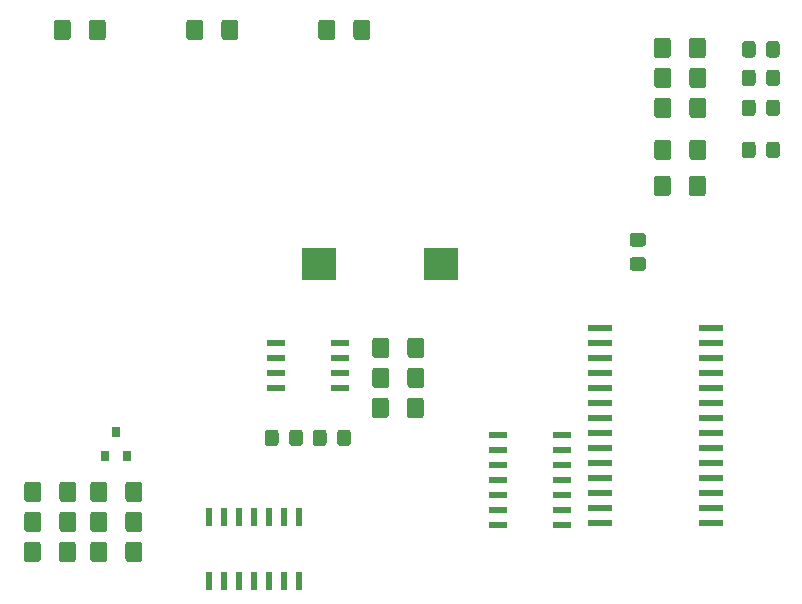
<source format=gbr>
G04 #@! TF.GenerationSoftware,KiCad,Pcbnew,(5.1.7)-1*
G04 #@! TF.CreationDate,2020-09-27T11:12:09+02:00*
G04 #@! TF.ProjectId,YAPSCO,59415053-434f-42e6-9b69-6361645f7063,rev?*
G04 #@! TF.SameCoordinates,PX6a95280PY86ae840*
G04 #@! TF.FileFunction,Paste,Top*
G04 #@! TF.FilePolarity,Positive*
%FSLAX46Y46*%
G04 Gerber Fmt 4.6, Leading zero omitted, Abs format (unit mm)*
G04 Created by KiCad (PCBNEW (5.1.7)-1) date 2020-09-27 11:12:09*
%MOMM*%
%LPD*%
G01*
G04 APERTURE LIST*
%ADD10R,0.600000X1.500000*%
%ADD11R,3.000000X2.800000*%
%ADD12R,0.800000X0.900000*%
%ADD13R,2.000000X0.600000*%
%ADD14R,1.500000X0.600000*%
%ADD15R,1.550000X0.600000*%
G04 APERTURE END LIST*
D10*
X27686000Y19210000D03*
X28956000Y19210000D03*
X30226000Y19210000D03*
X31496000Y19210000D03*
X32766000Y19210000D03*
X34036000Y19210000D03*
X35306000Y19210000D03*
X35306000Y13810000D03*
X34036000Y13810000D03*
X32766000Y13810000D03*
X31496000Y13810000D03*
X30226000Y13810000D03*
X28956000Y13810000D03*
X27686000Y13810000D03*
G36*
G01*
X64458001Y42106000D02*
X63557999Y42106000D01*
G75*
G02*
X63308000Y42355999I0J249999D01*
G01*
X63308000Y43006001D01*
G75*
G02*
X63557999Y43256000I249999J0D01*
G01*
X64458001Y43256000D01*
G75*
G02*
X64708000Y43006001I0J-249999D01*
G01*
X64708000Y42355999D01*
G75*
G02*
X64458001Y42106000I-249999J0D01*
G01*
G37*
G36*
G01*
X64458001Y40056000D02*
X63557999Y40056000D01*
G75*
G02*
X63308000Y40305999I0J249999D01*
G01*
X63308000Y40956001D01*
G75*
G02*
X63557999Y41206000I249999J0D01*
G01*
X64458001Y41206000D01*
G75*
G02*
X64708000Y40956001I0J-249999D01*
G01*
X64708000Y40305999D01*
G75*
G02*
X64458001Y40056000I-249999J0D01*
G01*
G37*
G36*
G01*
X73972000Y59251001D02*
X73972000Y58350999D01*
G75*
G02*
X73722001Y58101000I-249999J0D01*
G01*
X73071999Y58101000D01*
G75*
G02*
X72822000Y58350999I0J249999D01*
G01*
X72822000Y59251001D01*
G75*
G02*
X73071999Y59501000I249999J0D01*
G01*
X73722001Y59501000D01*
G75*
G02*
X73972000Y59251001I0J-249999D01*
G01*
G37*
G36*
G01*
X76022000Y59251001D02*
X76022000Y58350999D01*
G75*
G02*
X75772001Y58101000I-249999J0D01*
G01*
X75121999Y58101000D01*
G75*
G02*
X74872000Y58350999I0J249999D01*
G01*
X74872000Y59251001D01*
G75*
G02*
X75121999Y59501000I249999J0D01*
G01*
X75772001Y59501000D01*
G75*
G02*
X76022000Y59251001I0J-249999D01*
G01*
G37*
G36*
G01*
X73972000Y56838001D02*
X73972000Y55937999D01*
G75*
G02*
X73722001Y55688000I-249999J0D01*
G01*
X73071999Y55688000D01*
G75*
G02*
X72822000Y55937999I0J249999D01*
G01*
X72822000Y56838001D01*
G75*
G02*
X73071999Y57088000I249999J0D01*
G01*
X73722001Y57088000D01*
G75*
G02*
X73972000Y56838001I0J-249999D01*
G01*
G37*
G36*
G01*
X76022000Y56838001D02*
X76022000Y55937999D01*
G75*
G02*
X75772001Y55688000I-249999J0D01*
G01*
X75121999Y55688000D01*
G75*
G02*
X74872000Y55937999I0J249999D01*
G01*
X74872000Y56838001D01*
G75*
G02*
X75121999Y57088000I249999J0D01*
G01*
X75772001Y57088000D01*
G75*
G02*
X76022000Y56838001I0J-249999D01*
G01*
G37*
G36*
G01*
X73972000Y54298001D02*
X73972000Y53397999D01*
G75*
G02*
X73722001Y53148000I-249999J0D01*
G01*
X73071999Y53148000D01*
G75*
G02*
X72822000Y53397999I0J249999D01*
G01*
X72822000Y54298001D01*
G75*
G02*
X73071999Y54548000I249999J0D01*
G01*
X73722001Y54548000D01*
G75*
G02*
X73972000Y54298001I0J-249999D01*
G01*
G37*
G36*
G01*
X76022000Y54298001D02*
X76022000Y53397999D01*
G75*
G02*
X75772001Y53148000I-249999J0D01*
G01*
X75121999Y53148000D01*
G75*
G02*
X74872000Y53397999I0J249999D01*
G01*
X74872000Y54298001D01*
G75*
G02*
X75121999Y54548000I249999J0D01*
G01*
X75772001Y54548000D01*
G75*
G02*
X76022000Y54298001I0J-249999D01*
G01*
G37*
G36*
G01*
X73972000Y50742001D02*
X73972000Y49841999D01*
G75*
G02*
X73722001Y49592000I-249999J0D01*
G01*
X73071999Y49592000D01*
G75*
G02*
X72822000Y49841999I0J249999D01*
G01*
X72822000Y50742001D01*
G75*
G02*
X73071999Y50992000I249999J0D01*
G01*
X73722001Y50992000D01*
G75*
G02*
X73972000Y50742001I0J-249999D01*
G01*
G37*
G36*
G01*
X76022000Y50742001D02*
X76022000Y49841999D01*
G75*
G02*
X75772001Y49592000I-249999J0D01*
G01*
X75121999Y49592000D01*
G75*
G02*
X74872000Y49841999I0J249999D01*
G01*
X74872000Y50742001D01*
G75*
G02*
X75121999Y50992000I249999J0D01*
G01*
X75772001Y50992000D01*
G75*
G02*
X76022000Y50742001I0J-249999D01*
G01*
G37*
D11*
X47314000Y40640000D03*
X37014000Y40640000D03*
D12*
X19812000Y26400000D03*
X20762000Y24400000D03*
X18862000Y24400000D03*
G36*
G01*
X68339000Y58303000D02*
X68339000Y59553000D01*
G75*
G02*
X68589000Y59803000I250000J0D01*
G01*
X69514000Y59803000D01*
G75*
G02*
X69764000Y59553000I0J-250000D01*
G01*
X69764000Y58303000D01*
G75*
G02*
X69514000Y58053000I-250000J0D01*
G01*
X68589000Y58053000D01*
G75*
G02*
X68339000Y58303000I0J250000D01*
G01*
G37*
G36*
G01*
X65364000Y58303000D02*
X65364000Y59553000D01*
G75*
G02*
X65614000Y59803000I250000J0D01*
G01*
X66539000Y59803000D01*
G75*
G02*
X66789000Y59553000I0J-250000D01*
G01*
X66789000Y58303000D01*
G75*
G02*
X66539000Y58053000I-250000J0D01*
G01*
X65614000Y58053000D01*
G75*
G02*
X65364000Y58303000I0J250000D01*
G01*
G37*
G36*
G01*
X68375500Y55763000D02*
X68375500Y57013000D01*
G75*
G02*
X68625500Y57263000I250000J0D01*
G01*
X69550500Y57263000D01*
G75*
G02*
X69800500Y57013000I0J-250000D01*
G01*
X69800500Y55763000D01*
G75*
G02*
X69550500Y55513000I-250000J0D01*
G01*
X68625500Y55513000D01*
G75*
G02*
X68375500Y55763000I0J250000D01*
G01*
G37*
G36*
G01*
X65400500Y55763000D02*
X65400500Y57013000D01*
G75*
G02*
X65650500Y57263000I250000J0D01*
G01*
X66575500Y57263000D01*
G75*
G02*
X66825500Y57013000I0J-250000D01*
G01*
X66825500Y55763000D01*
G75*
G02*
X66575500Y55513000I-250000J0D01*
G01*
X65650500Y55513000D01*
G75*
G02*
X65400500Y55763000I0J250000D01*
G01*
G37*
G36*
G01*
X66825500Y54473000D02*
X66825500Y53223000D01*
G75*
G02*
X66575500Y52973000I-250000J0D01*
G01*
X65650500Y52973000D01*
G75*
G02*
X65400500Y53223000I0J250000D01*
G01*
X65400500Y54473000D01*
G75*
G02*
X65650500Y54723000I250000J0D01*
G01*
X66575500Y54723000D01*
G75*
G02*
X66825500Y54473000I0J-250000D01*
G01*
G37*
G36*
G01*
X69800500Y54473000D02*
X69800500Y53223000D01*
G75*
G02*
X69550500Y52973000I-250000J0D01*
G01*
X68625500Y52973000D01*
G75*
G02*
X68375500Y53223000I0J250000D01*
G01*
X68375500Y54473000D01*
G75*
G02*
X68625500Y54723000I250000J0D01*
G01*
X69550500Y54723000D01*
G75*
G02*
X69800500Y54473000I0J-250000D01*
G01*
G37*
G36*
G01*
X68375500Y49667000D02*
X68375500Y50917000D01*
G75*
G02*
X68625500Y51167000I250000J0D01*
G01*
X69550500Y51167000D01*
G75*
G02*
X69800500Y50917000I0J-250000D01*
G01*
X69800500Y49667000D01*
G75*
G02*
X69550500Y49417000I-250000J0D01*
G01*
X68625500Y49417000D01*
G75*
G02*
X68375500Y49667000I0J250000D01*
G01*
G37*
G36*
G01*
X65400500Y49667000D02*
X65400500Y50917000D01*
G75*
G02*
X65650500Y51167000I250000J0D01*
G01*
X66575500Y51167000D01*
G75*
G02*
X66825500Y50917000I0J-250000D01*
G01*
X66825500Y49667000D01*
G75*
G02*
X66575500Y49417000I-250000J0D01*
G01*
X65650500Y49417000D01*
G75*
G02*
X65400500Y49667000I0J250000D01*
G01*
G37*
G36*
G01*
X68339000Y46619000D02*
X68339000Y47869000D01*
G75*
G02*
X68589000Y48119000I250000J0D01*
G01*
X69514000Y48119000D01*
G75*
G02*
X69764000Y47869000I0J-250000D01*
G01*
X69764000Y46619000D01*
G75*
G02*
X69514000Y46369000I-250000J0D01*
G01*
X68589000Y46369000D01*
G75*
G02*
X68339000Y46619000I0J250000D01*
G01*
G37*
G36*
G01*
X65364000Y46619000D02*
X65364000Y47869000D01*
G75*
G02*
X65614000Y48119000I250000J0D01*
G01*
X66539000Y48119000D01*
G75*
G02*
X66789000Y47869000I0J-250000D01*
G01*
X66789000Y46619000D01*
G75*
G02*
X66539000Y46369000I-250000J0D01*
G01*
X65614000Y46369000D01*
G75*
G02*
X65364000Y46619000I0J250000D01*
G01*
G37*
G36*
G01*
X39927500Y59827000D02*
X39927500Y61077000D01*
G75*
G02*
X40177500Y61327000I250000J0D01*
G01*
X41102500Y61327000D01*
G75*
G02*
X41352500Y61077000I0J-250000D01*
G01*
X41352500Y59827000D01*
G75*
G02*
X41102500Y59577000I-250000J0D01*
G01*
X40177500Y59577000D01*
G75*
G02*
X39927500Y59827000I0J250000D01*
G01*
G37*
G36*
G01*
X36952500Y59827000D02*
X36952500Y61077000D01*
G75*
G02*
X37202500Y61327000I250000J0D01*
G01*
X38127500Y61327000D01*
G75*
G02*
X38377500Y61077000I0J-250000D01*
G01*
X38377500Y59827000D01*
G75*
G02*
X38127500Y59577000I-250000J0D01*
G01*
X37202500Y59577000D01*
G75*
G02*
X36952500Y59827000I0J250000D01*
G01*
G37*
G36*
G01*
X28751500Y59827000D02*
X28751500Y61077000D01*
G75*
G02*
X29001500Y61327000I250000J0D01*
G01*
X29926500Y61327000D01*
G75*
G02*
X30176500Y61077000I0J-250000D01*
G01*
X30176500Y59827000D01*
G75*
G02*
X29926500Y59577000I-250000J0D01*
G01*
X29001500Y59577000D01*
G75*
G02*
X28751500Y59827000I0J250000D01*
G01*
G37*
G36*
G01*
X25776500Y59827000D02*
X25776500Y61077000D01*
G75*
G02*
X26026500Y61327000I250000J0D01*
G01*
X26951500Y61327000D01*
G75*
G02*
X27201500Y61077000I0J-250000D01*
G01*
X27201500Y59827000D01*
G75*
G02*
X26951500Y59577000I-250000J0D01*
G01*
X26026500Y59577000D01*
G75*
G02*
X25776500Y59827000I0J250000D01*
G01*
G37*
G36*
G01*
X17539000Y59827000D02*
X17539000Y61077000D01*
G75*
G02*
X17789000Y61327000I250000J0D01*
G01*
X18714000Y61327000D01*
G75*
G02*
X18964000Y61077000I0J-250000D01*
G01*
X18964000Y59827000D01*
G75*
G02*
X18714000Y59577000I-250000J0D01*
G01*
X17789000Y59577000D01*
G75*
G02*
X17539000Y59827000I0J250000D01*
G01*
G37*
G36*
G01*
X14564000Y59827000D02*
X14564000Y61077000D01*
G75*
G02*
X14814000Y61327000I250000J0D01*
G01*
X15739000Y61327000D01*
G75*
G02*
X15989000Y61077000I0J-250000D01*
G01*
X15989000Y59827000D01*
G75*
G02*
X15739000Y59577000I-250000J0D01*
G01*
X14814000Y59577000D01*
G75*
G02*
X14564000Y59827000I0J250000D01*
G01*
G37*
G36*
G01*
X20623500Y15631000D02*
X20623500Y16881000D01*
G75*
G02*
X20873500Y17131000I250000J0D01*
G01*
X21798500Y17131000D01*
G75*
G02*
X22048500Y16881000I0J-250000D01*
G01*
X22048500Y15631000D01*
G75*
G02*
X21798500Y15381000I-250000J0D01*
G01*
X20873500Y15381000D01*
G75*
G02*
X20623500Y15631000I0J250000D01*
G01*
G37*
G36*
G01*
X17648500Y15631000D02*
X17648500Y16881000D01*
G75*
G02*
X17898500Y17131000I250000J0D01*
G01*
X18823500Y17131000D01*
G75*
G02*
X19073500Y16881000I0J-250000D01*
G01*
X19073500Y15631000D01*
G75*
G02*
X18823500Y15381000I-250000J0D01*
G01*
X17898500Y15381000D01*
G75*
G02*
X17648500Y15631000I0J250000D01*
G01*
G37*
G36*
G01*
X20623500Y18171000D02*
X20623500Y19421000D01*
G75*
G02*
X20873500Y19671000I250000J0D01*
G01*
X21798500Y19671000D01*
G75*
G02*
X22048500Y19421000I0J-250000D01*
G01*
X22048500Y18171000D01*
G75*
G02*
X21798500Y17921000I-250000J0D01*
G01*
X20873500Y17921000D01*
G75*
G02*
X20623500Y18171000I0J250000D01*
G01*
G37*
G36*
G01*
X17648500Y18171000D02*
X17648500Y19421000D01*
G75*
G02*
X17898500Y19671000I250000J0D01*
G01*
X18823500Y19671000D01*
G75*
G02*
X19073500Y19421000I0J-250000D01*
G01*
X19073500Y18171000D01*
G75*
G02*
X18823500Y17921000I-250000J0D01*
G01*
X17898500Y17921000D01*
G75*
G02*
X17648500Y18171000I0J250000D01*
G01*
G37*
G36*
G01*
X20623500Y20711000D02*
X20623500Y21961000D01*
G75*
G02*
X20873500Y22211000I250000J0D01*
G01*
X21798500Y22211000D01*
G75*
G02*
X22048500Y21961000I0J-250000D01*
G01*
X22048500Y20711000D01*
G75*
G02*
X21798500Y20461000I-250000J0D01*
G01*
X20873500Y20461000D01*
G75*
G02*
X20623500Y20711000I0J250000D01*
G01*
G37*
G36*
G01*
X17648500Y20711000D02*
X17648500Y21961000D01*
G75*
G02*
X17898500Y22211000I250000J0D01*
G01*
X18823500Y22211000D01*
G75*
G02*
X19073500Y21961000I0J-250000D01*
G01*
X19073500Y20711000D01*
G75*
G02*
X18823500Y20461000I-250000J0D01*
G01*
X17898500Y20461000D01*
G75*
G02*
X17648500Y20711000I0J250000D01*
G01*
G37*
G36*
G01*
X14999000Y15631000D02*
X14999000Y16881000D01*
G75*
G02*
X15249000Y17131000I250000J0D01*
G01*
X16174000Y17131000D01*
G75*
G02*
X16424000Y16881000I0J-250000D01*
G01*
X16424000Y15631000D01*
G75*
G02*
X16174000Y15381000I-250000J0D01*
G01*
X15249000Y15381000D01*
G75*
G02*
X14999000Y15631000I0J250000D01*
G01*
G37*
G36*
G01*
X12024000Y15631000D02*
X12024000Y16881000D01*
G75*
G02*
X12274000Y17131000I250000J0D01*
G01*
X13199000Y17131000D01*
G75*
G02*
X13449000Y16881000I0J-250000D01*
G01*
X13449000Y15631000D01*
G75*
G02*
X13199000Y15381000I-250000J0D01*
G01*
X12274000Y15381000D01*
G75*
G02*
X12024000Y15631000I0J250000D01*
G01*
G37*
G36*
G01*
X15035500Y18171000D02*
X15035500Y19421000D01*
G75*
G02*
X15285500Y19671000I250000J0D01*
G01*
X16210500Y19671000D01*
G75*
G02*
X16460500Y19421000I0J-250000D01*
G01*
X16460500Y18171000D01*
G75*
G02*
X16210500Y17921000I-250000J0D01*
G01*
X15285500Y17921000D01*
G75*
G02*
X15035500Y18171000I0J250000D01*
G01*
G37*
G36*
G01*
X12060500Y18171000D02*
X12060500Y19421000D01*
G75*
G02*
X12310500Y19671000I250000J0D01*
G01*
X13235500Y19671000D01*
G75*
G02*
X13485500Y19421000I0J-250000D01*
G01*
X13485500Y18171000D01*
G75*
G02*
X13235500Y17921000I-250000J0D01*
G01*
X12310500Y17921000D01*
G75*
G02*
X12060500Y18171000I0J250000D01*
G01*
G37*
G36*
G01*
X15035500Y20711000D02*
X15035500Y21961000D01*
G75*
G02*
X15285500Y22211000I250000J0D01*
G01*
X16210500Y22211000D01*
G75*
G02*
X16460500Y21961000I0J-250000D01*
G01*
X16460500Y20711000D01*
G75*
G02*
X16210500Y20461000I-250000J0D01*
G01*
X15285500Y20461000D01*
G75*
G02*
X15035500Y20711000I0J250000D01*
G01*
G37*
G36*
G01*
X12060500Y20711000D02*
X12060500Y21961000D01*
G75*
G02*
X12310500Y22211000I250000J0D01*
G01*
X13235500Y22211000D01*
G75*
G02*
X13485500Y21961000I0J-250000D01*
G01*
X13485500Y20711000D01*
G75*
G02*
X13235500Y20461000I-250000J0D01*
G01*
X12310500Y20461000D01*
G75*
G02*
X12060500Y20711000I0J250000D01*
G01*
G37*
G36*
G01*
X38550000Y25457999D02*
X38550000Y26358001D01*
G75*
G02*
X38799999Y26608000I249999J0D01*
G01*
X39450001Y26608000D01*
G75*
G02*
X39700000Y26358001I0J-249999D01*
G01*
X39700000Y25457999D01*
G75*
G02*
X39450001Y25208000I-249999J0D01*
G01*
X38799999Y25208000D01*
G75*
G02*
X38550000Y25457999I0J249999D01*
G01*
G37*
G36*
G01*
X36500000Y25457999D02*
X36500000Y26358001D01*
G75*
G02*
X36749999Y26608000I249999J0D01*
G01*
X37400001Y26608000D01*
G75*
G02*
X37650000Y26358001I0J-249999D01*
G01*
X37650000Y25457999D01*
G75*
G02*
X37400001Y25208000I-249999J0D01*
G01*
X36749999Y25208000D01*
G75*
G02*
X36500000Y25457999I0J249999D01*
G01*
G37*
G36*
G01*
X33586000Y26358001D02*
X33586000Y25457999D01*
G75*
G02*
X33336001Y25208000I-249999J0D01*
G01*
X32685999Y25208000D01*
G75*
G02*
X32436000Y25457999I0J249999D01*
G01*
X32436000Y26358001D01*
G75*
G02*
X32685999Y26608000I249999J0D01*
G01*
X33336001Y26608000D01*
G75*
G02*
X33586000Y26358001I0J-249999D01*
G01*
G37*
G36*
G01*
X35636000Y26358001D02*
X35636000Y25457999D01*
G75*
G02*
X35386001Y25208000I-249999J0D01*
G01*
X34735999Y25208000D01*
G75*
G02*
X34486000Y25457999I0J249999D01*
G01*
X34486000Y26358001D01*
G75*
G02*
X34735999Y26608000I249999J0D01*
G01*
X35386001Y26608000D01*
G75*
G02*
X35636000Y26358001I0J-249999D01*
G01*
G37*
G36*
G01*
X44499500Y32903000D02*
X44499500Y34153000D01*
G75*
G02*
X44749500Y34403000I250000J0D01*
G01*
X45674500Y34403000D01*
G75*
G02*
X45924500Y34153000I0J-250000D01*
G01*
X45924500Y32903000D01*
G75*
G02*
X45674500Y32653000I-250000J0D01*
G01*
X44749500Y32653000D01*
G75*
G02*
X44499500Y32903000I0J250000D01*
G01*
G37*
G36*
G01*
X41524500Y32903000D02*
X41524500Y34153000D01*
G75*
G02*
X41774500Y34403000I250000J0D01*
G01*
X42699500Y34403000D01*
G75*
G02*
X42949500Y34153000I0J-250000D01*
G01*
X42949500Y32903000D01*
G75*
G02*
X42699500Y32653000I-250000J0D01*
G01*
X41774500Y32653000D01*
G75*
G02*
X41524500Y32903000I0J250000D01*
G01*
G37*
G36*
G01*
X44499500Y30363000D02*
X44499500Y31613000D01*
G75*
G02*
X44749500Y31863000I250000J0D01*
G01*
X45674500Y31863000D01*
G75*
G02*
X45924500Y31613000I0J-250000D01*
G01*
X45924500Y30363000D01*
G75*
G02*
X45674500Y30113000I-250000J0D01*
G01*
X44749500Y30113000D01*
G75*
G02*
X44499500Y30363000I0J250000D01*
G01*
G37*
G36*
G01*
X41524500Y30363000D02*
X41524500Y31613000D01*
G75*
G02*
X41774500Y31863000I250000J0D01*
G01*
X42699500Y31863000D01*
G75*
G02*
X42949500Y31613000I0J-250000D01*
G01*
X42949500Y30363000D01*
G75*
G02*
X42699500Y30113000I-250000J0D01*
G01*
X41774500Y30113000D01*
G75*
G02*
X41524500Y30363000I0J250000D01*
G01*
G37*
G36*
G01*
X44463000Y27823000D02*
X44463000Y29073000D01*
G75*
G02*
X44713000Y29323000I250000J0D01*
G01*
X45638000Y29323000D01*
G75*
G02*
X45888000Y29073000I0J-250000D01*
G01*
X45888000Y27823000D01*
G75*
G02*
X45638000Y27573000I-250000J0D01*
G01*
X44713000Y27573000D01*
G75*
G02*
X44463000Y27823000I0J250000D01*
G01*
G37*
G36*
G01*
X41488000Y27823000D02*
X41488000Y29073000D01*
G75*
G02*
X41738000Y29323000I250000J0D01*
G01*
X42663000Y29323000D01*
G75*
G02*
X42913000Y29073000I0J-250000D01*
G01*
X42913000Y27823000D01*
G75*
G02*
X42663000Y27573000I-250000J0D01*
G01*
X41738000Y27573000D01*
G75*
G02*
X41488000Y27823000I0J250000D01*
G01*
G37*
D13*
X70232000Y35179000D03*
X70232000Y33909000D03*
X70232000Y32639000D03*
X70232000Y31369000D03*
X70232000Y30099000D03*
X70232000Y28829000D03*
X70232000Y27559000D03*
X70232000Y26289000D03*
X70232000Y25019000D03*
X70232000Y23749000D03*
X70232000Y22479000D03*
X70232000Y21209000D03*
X70232000Y19939000D03*
X70232000Y18669000D03*
X60832000Y18669000D03*
X60832000Y19939000D03*
X60832000Y21209000D03*
X60832000Y22479000D03*
X60832000Y23749000D03*
X60832000Y25019000D03*
X60832000Y26289000D03*
X60832000Y27559000D03*
X60832000Y28829000D03*
X60832000Y30099000D03*
X60832000Y31369000D03*
X60832000Y32639000D03*
X60832000Y33909000D03*
X60832000Y35179000D03*
D14*
X57564000Y26162000D03*
X57564000Y24892000D03*
X57564000Y23622000D03*
X57564000Y22352000D03*
X57564000Y21082000D03*
X57564000Y19812000D03*
X57564000Y18542000D03*
X52164000Y18542000D03*
X52164000Y19812000D03*
X52164000Y21082000D03*
X52164000Y22352000D03*
X52164000Y23622000D03*
X52164000Y24892000D03*
X52164000Y26162000D03*
D15*
X38768000Y33909000D03*
X38768000Y32639000D03*
X38768000Y31369000D03*
X38768000Y30099000D03*
X33368000Y30099000D03*
X33368000Y31369000D03*
X33368000Y32639000D03*
X33368000Y33909000D03*
M02*

</source>
